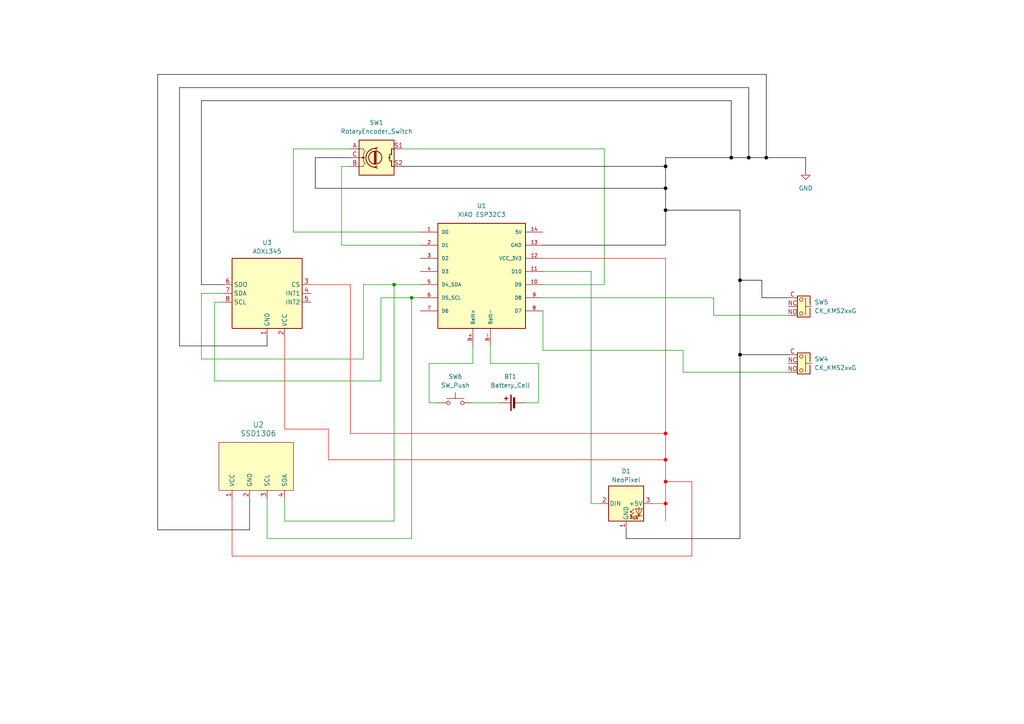
<source format=kicad_sch>
(kicad_sch (version 20250114) (generator "eeschema") (generator_version "9.0")
  (paper "A4")
  (lib_symbols
    (symbol "CK_KMS2xxG_1" (pin_names (offset 1.016) (hide yes))
      (property "Reference" "SW5" (at 0 7.62 0))
      (property "Value" "CK_KMS2xxG" (at 0 5.08 0))
      (symbol "CK_KMS2xxG_1_0_1"
        (circle (center -2.032 0) (radius 0.508))
        (polyline (pts (xy 0 1.27) (xy 0 3.048)))
        (polyline (pts (xy 0.508 2.54) (xy 3.048 2.54) (xy 3.048 -1.143) (xy -3.048 -1.143) (xy -3.048 2.54) (xy -0.508 2.54)) (stroke (width -0.0254)))
        (polyline (pts (xy 0.508 2.54) (xy 3.048 2.54) (xy 3.048 -1.143) (xy -3.048 -1.143) (xy -3.048 2.54) (xy -0.508 2.54)) (stroke (width 0.254)))
        (circle (center 2.032 0) (radius 0.508))
        (polyline (pts (xy 2.54 1.27) (xy -2.54 1.27)))
      )
      (symbol "CK_KMS2xxG_1_1_1"
        (rectangle (start -3.048 2.54) (end 3.048 -1.27) (stroke (width -0.0254)) (fill (type background)))
        (pin passive line (at -2.54 -3.81 90) (length 2.54) (name "1") (number "C"))
        (pin passive line (at 0 -3.81 90) (length 2.54) (name "B") (number "NC"))
        (pin passive line (at 2.54 -3.81 90) (length 2.54) (name "2") (number "NO"))
      )
    )
    (symbol "Device:Battery_Cell" (pin_numbers (hide yes)) (pin_names (offset 0) (hide yes))
      (property "Reference" "BT" (at 2.54 2.54 0))
      (property "Value" "Battery_Cell" (at 2.54 0 0))
      (symbol "Battery_Cell_0_1"
        (rectangle (start -2.286 1.778) (end 2.286 1.524) (fill (type outline)))
        (rectangle (start -1.524 1.016) (end 1.524 0.508) (fill (type outline)))
        (polyline (pts (xy 0 1.778) (xy 0 2.54)))
        (polyline (pts (xy 0 0.762) (xy 0 0)))
        (polyline (pts (xy 0.762 3.048) (xy 1.778 3.048)) (stroke (width 0.254)))
        (polyline (pts (xy 1.27 3.556) (xy 1.27 2.54)) (stroke (width 0.254)))
      )
      (symbol "Battery_Cell_1_1"
        (pin passive line (at 0 5.08 270) (length 2.54) (name "+") (number "1"))
        (pin passive line (at 0 -2.54 90) (length 2.54) (name "-") (number "2"))
      )
    )
    (symbol "Device:RotaryEncoder_Switch" (pin_names (offset 0.254) (hide yes))
      (property "Reference" "SW" (at 0 6.604 0))
      (property "Value" "RotaryEncoder_Switch" (at 0 -6.604 0))
      (symbol "RotaryEncoder_Switch_0_1"
        (rectangle (start -5.08 5.08) (end 5.08 -5.08) (stroke (width 0.254)) (fill (type background)))
        (polyline (pts (xy -5.08 2.54) (xy -3.81 2.54) (xy -3.81 2.032)))
        (polyline (pts (xy -5.08 0) (xy -3.81 0) (xy -3.81 -1.016) (xy -3.302 -2.032)))
        (polyline (pts (xy -5.08 -2.54) (xy -3.81 -2.54) (xy -3.81 -2.032)))
        (polyline (pts (xy -4.318 0) (xy -3.81 0) (xy -3.81 1.016) (xy -3.302 2.032)))
        (circle (center -3.81 0) (radius 0.254) (fill (type outline)))
        (polyline (pts (xy -0.635 -1.778) (xy -0.635 1.778)) (stroke (width 0.254)))
        (circle (center -0.381 0) (radius 1.905) (stroke (width 0.254)))
        (polyline (pts (xy -0.381 -1.778) (xy -0.381 1.778)) (stroke (width 0.254)))
        (arc (start -0.381 -2.794) (mid -3.0988 -0.0635) (end -0.381 2.667) (stroke (width 0.254)))
        (polyline (pts (xy -0.127 1.778) (xy -0.127 -1.778)) (stroke (width 0.254)))
        (polyline (pts (xy 0.254 2.921) (xy -0.508 2.667) (xy 0.127 2.286)) (stroke (width 0.254)))
        (polyline (pts (xy 0.254 -3.048) (xy -0.508 -2.794) (xy 0.127 -2.413)) (stroke (width 0.254)))
        (polyline (pts (xy 3.81 1.016) (xy 3.81 -1.016)) (stroke (width 0.254)))
        (polyline (pts (xy 3.81 0) (xy 3.429 0)) (stroke (width 0.254)))
        (circle (center 4.318 1.016) (radius 0.127) (stroke (width 0.254)))
        (circle (center 4.318 -1.016) (radius 0.127) (stroke (width 0.254)))
        (polyline (pts (xy 5.08 2.54) (xy 4.318 2.54) (xy 4.318 1.016)) (stroke (width 0.254)))
        (polyline (pts (xy 5.08 -2.54) (xy 4.318 -2.54) (xy 4.318 -1.016)) (stroke (width 0.254)))
      )
      (symbol "RotaryEncoder_Switch_1_1"
        (pin passive line (at -7.62 2.54 0) (length 2.54) (name "A") (number "A"))
        (pin passive line (at -7.62 0 0) (length 2.54) (name "C") (number "C"))
        (pin passive line (at -7.62 -2.54 0) (length 2.54) (name "B") (number "B"))
        (pin passive line (at 7.62 2.54 180) (length 2.54) (name "S1") (number "S1"))
        (pin passive line (at 7.62 -2.54 180) (length 2.54) (name "S2") (number "S2"))
      )
    )
    (symbol "LED:NeoPixel_THT" (pin_names (offset 0.254))
      (property "Reference" "D1" (at 0 9.398 0))
      (property "Value" "NeoPixel" (at 0 6.858 0))
      (symbol "NeoPixel_THT_0_0"
        (text "RGB" (at 2.286 -4.191 0) (effects (font (size 0.762 0.762))))
      )
      (symbol "NeoPixel_THT_0_1"
        (polyline (pts (xy 1.27 -2.54) (xy 1.778 -2.54)))
        (polyline (pts (xy 1.27 -3.556) (xy 1.778 -3.556)))
        (polyline (pts (xy 2.286 -1.524) (xy 1.27 -2.54) (xy 1.27 -2.032)))
        (polyline (pts (xy 2.286 -2.54) (xy 1.27 -3.556) (xy 1.27 -3.048)))
        (polyline (pts (xy 3.683 -1.016) (xy 3.683 -3.556) (xy 3.683 -4.064)))
        (polyline (pts (xy 4.699 -1.524) (xy 2.667 -1.524) (xy 3.683 -3.556) (xy 4.699 -1.524)))
        (polyline (pts (xy 4.699 -3.556) (xy 2.667 -3.556)))
        (rectangle (start 5.08 5.08) (end -5.08 -5.08) (stroke (width 0.254)) (fill (type background)))
      )
      (symbol "NeoPixel_THT_1_1"
        (pin input line (at -7.62 0 0) (length 2.54) (name "DIN") (number "2"))
        (pin power_in line (at 0 -7.62 90) (length 2.54) (name "GND") (number "1"))
        (pin power_in line (at 7.62 0 180) (length 2.54) (name "+5V") (number "3"))
      )
    )
    (symbol "SSD1306_OLED-0.91-128x32:SSD1306" (pin_names (offset 1.016))
      (property "Reference" "U2" (at 0 21.59 0))
      (property "Value" "SSD1306" (at 0 19.05 0))
      (symbol "SSD1306_1_1"
        (rectangle (start -11.43 16.51) (end 10.16 2.54) (fill (type color) (color 255 255 194 1)))
        (pin input line (at -7.62 0 90) (length 2.54) (name "VCC") (number "1"))
        (pin input line (at -2.54 0 90) (length 2.54) (name "GND") (number "2"))
        (pin input line (at 2.54 0 90) (length 2.54) (name "SCL") (number "3"))
        (pin input line (at 7.62 0 90) (length 2.54) (name "SDA") (number "4"))
      )
    )
    (symbol "Sensor_Motion:ADXL343"
      (property "Reference" "U3" (at 0 14.732 0))
      (property "Value" "ADXL345" (at 0 12.192 0))
      (symbol "ADXL343_0_1"
        (rectangle (start -10.16 10.16) (end 10.16 -10.16) (stroke (width 0.254)) (fill (type background)))
      )
      (symbol "ADXL343_1_1"
        (pin bidirectional line (at -12.7 2.54 0) (length 2.54) (name "SDO") (number "6"))
        (pin bidirectional line (at -12.7 0 0) (length 2.54) (name "SDA") (number "7"))
        (pin input line (at -12.7 -2.54 0) (length 2.54) (name "SCL") (number "8"))
        (pin no_connect line (at -5.08 -10.16 90) (length 2.54) (hide yes) (name "NC") (number "10"))
        (pin power_in line (at 0 -12.7 90) (length 2.54) (name "GND") (number "1"))
        (pin passive line (at 0 -12.7 90) (length 2.54) (hide yes) (name "GND") (number "4"))
        (pin passive line (at 0 -12.7 90) (length 2.54) (hide yes) (name "GND") (number "5"))
        (pin power_in line (at 5.08 -12.7 90) (length 2.54) (name "VCC") (number "2"))
        (pin input line (at 12.7 2.54 180) (length 2.54) (name "CS") (number "3"))
        (pin output line (at 12.7 0 180) (length 2.54) (name "INT1") (number "4"))
        (pin output line (at 12.7 -2.54 180) (length 2.54) (name "INT2") (number "5"))
      )
    )
    (symbol "Switch:CK_KMS2xxG" (pin_names (offset 1.016) (hide yes))
      (property "Reference" "SW4" (at 0 7.62 0))
      (property "Value" "CK_KMS2xxG" (at 0 5.08 0))
      (symbol "CK_KMS2xxG_0_1"
        (circle (center -2.032 0) (radius 0.508))
        (polyline (pts (xy 0 1.27) (xy 0 3.048)))
        (polyline (pts (xy 0.508 2.54) (xy 3.048 2.54) (xy 3.048 -1.143) (xy -3.048 -1.143) (xy -3.048 2.54) (xy -0.508 2.54)) (stroke (width -0.0254)))
        (polyline (pts (xy 0.508 2.54) (xy 3.048 2.54) (xy 3.048 -1.143) (xy -3.048 -1.143) (xy -3.048 2.54) (xy -0.508 2.54)) (stroke (width 0.254)))
        (circle (center 2.032 0) (radius 0.508))
        (polyline (pts (xy 2.54 1.27) (xy -2.54 1.27)))
      )
      (symbol "CK_KMS2xxG_1_1"
        (rectangle (start -3.048 2.54) (end 3.048 -1.27) (stroke (width -0.0254)) (fill (type background)))
        (pin passive line (at -2.54 -3.81 90) (length 2.54) (name "") (number "C"))
        (pin passive line (at 0 -3.81 90) (length 2.54) (name "B") (number "NC"))
        (pin passive line (at 2.54 -3.81 90) (length 2.54) (name "2") (number "NO"))
      )
    )
    (symbol "Switch:SW_Push" (pin_numbers (hide yes)) (pin_names (offset 1.016) (hide yes))
      (property "Reference" "SW" (at 1.27 2.54 0))
      (property "Value" "SW_Push" (at 0 -1.524 0))
      (symbol "SW_Push_0_1"
        (circle (center -2.032 0) (radius 0.508))
        (polyline (pts (xy 0 1.27) (xy 0 3.048)))
        (circle (center 2.032 0) (radius 0.508))
        (polyline (pts (xy 2.54 1.27) (xy -2.54 1.27)))
        (pin passive line (at -5.08 0 0) (length 2.54) (name "1") (number "1"))
        (pin passive line (at 5.08 0 180) (length 2.54) (name "2") (number "2"))
      )
    )
    (symbol "power:GND" (power) (pin_numbers (hide yes)) (pin_names (offset 0) (hide yes))
      (property "Value" "GND" (at 0 -3.81 0))
      (symbol "GND_0_1"
        (polyline (pts (xy 0 0) (xy 0 -1.27) (xy 1.27 -1.27) (xy 0 -2.54) (xy -1.27 -1.27) (xy 0 -1.27)))
      )
      (symbol "GND_1_1"
        (pin power_in line (at 0 0 270) (length 0) (name "~") (number "1"))
      )
    )
    (symbol "xiao_esp32c3:XIAO ESP32C3" (pin_names (offset 1.016))
      (property "Reference" "U1" (at 0 20.32 0))
      (property "Value" "XIAO ESP32C3" (at 0 17.78 0))
      (symbol "XIAO ESP32C3_0_0"
        (rectangle (start -12.7 15.24) (end 12.7 -15.24) (stroke (width 0.254)) (fill (type background)))
        (pin bidirectional line (at -17.78 12.7 0) (length 5.08) (name "D0") (number "1"))
        (pin bidirectional line (at -17.78 8.89 0) (length 5.08) (name "D1") (number "2"))
        (pin bidirectional line (at -17.78 5.08 0) (length 5.08) (name "D2") (number "3"))
        (pin bidirectional line (at -17.78 1.27 0) (length 5.08) (name "D3") (number "4"))
        (pin power_in line (at 17.78 8.89 180) (length 5.08) (name "GND") (number "13"))
        (pin power_in line (at 17.78 5.08 180) (length 5.08) (name "VCC_3V3") (number "12"))
        (pin bidirectional line (at 17.78 1.27 180) (length 5.08) (name "D10") (number "11"))
        (pin bidirectional line (at 17.78 -2.54 180) (length 5.08) (name "D9") (number "10"))
        (pin bidirectional line (at 17.78 -6.35 180) (length 5.08) (name "D8") (number "9"))
      )
      (symbol "XIAO ESP32C3_1_0"
        (pin bidirectional line (at -17.78 -2.54 0) (length 5.08) (name "D4_SDA") (number "5"))
        (pin bidirectional line (at -17.78 -6.35 0) (length 5.08) (name "D5_SCL") (number "6"))
        (pin bidirectional line (at -17.78 -10.16 0) (length 5.08) (name "D6") (number "7"))
        (pin power_in line (at -2.54 -20.32 90) (length 5.08) (name "Batt+") (number "B+"))
        (pin power_in line (at 2.54 -20.32 90) (length 5.08) (name "Batt-") (number "B-"))
        (pin power_in line (at 17.78 12.7 180) (length 5.08) (name "5V") (number "14"))
        (pin bidirectional line (at 17.78 -10.16 180) (length 5.08) (name "D7") (number "8"))
      )
    )
  )
  (junction (at 214.63 102.87) (color 0 0 0 1))
  (junction (at 193.04 133.35) (color 255 0 0 1))
  (junction (at 193.04 60.96) (color 0 0 0 1))
  (junction (at 193.04 54.61) (color 0 0 0 1))
  (junction (at 212.09 45.72) (color 0 0 0 1))
  (junction (at 193.04 48.26) (color 0 0 0 1))
  (junction (at 193.04 139.7) (color 255 0 0 1))
  (junction (at 119.38 86.36))
  (junction (at 217.17 45.72) (color 0 0 0 1))
  (junction (at 214.63 81.28) (color 0 0 0 1))
  (junction (at 222.25 45.72) (color 0 0 0 1))
  (junction (at 193.04 125.73) (color 255 0 0 1))
  (junction (at 114.3 82.55))
  (junction (at 193.04 146.05) (color 255 0 0 1))
  (wire (pts (xy 110.49 86.36) (xy 119.38 86.36)))
  (wire (pts (xy 214.63 156.21) (xy 214.63 102.87)) (stroke (width 0) (color 0 0 0 1)))
  (wire (pts (xy 142.24 100.33) (xy 142.24 105.41)))
  (wire (pts (xy 58.42 85.09) (xy 58.42 104.14)))
  (wire (pts (xy 193.04 48.26) (xy 193.04 45.72)) (stroke (width 0) (color 0 0 0 1)))
  (wire (pts (xy 124.46 116.84) (xy 127 116.84)))
  (wire (pts (xy 181.61 156.21) (xy 214.63 156.21)) (stroke (width 0) (color 0 0 0 1)))
  (wire (pts (xy 85.09 67.31) (xy 121.92 67.31)))
  (wire (pts (xy 220.98 81.28) (xy 220.98 86.36)) (stroke (width 0) (color 0 0 0 1)))
  (wire (pts (xy 85.09 43.18) (xy 101.6 43.18)))
  (wire (pts (xy 189.23 146.05) (xy 193.04 146.05)) (stroke (width 0) (color 255 0 0 1)))
  (wire (pts (xy 198.12 101.6) (xy 198.12 107.95)))
  (wire (pts (xy 58.42 82.55) (xy 58.42 29.21)) (stroke (width 0) (color 0 0 0 1)))
  (wire (pts (xy 105.41 82.55) (xy 114.3 82.55)))
  (wire (pts (xy 222.25 21.59) (xy 222.25 45.72)) (stroke (width 0) (color 0 0 0 1)))
  (wire (pts (xy 214.63 81.28) (xy 220.98 81.28)) (stroke (width 0) (color 0 0 0 1)))
  (wire (pts (xy 214.63 102.87) (xy 228.6 102.87)) (stroke (width 0) (color 0 0 0 1)))
  (wire (pts (xy 157.48 74.93) (xy 193.04 74.93)) (stroke (width 0) (color 255 0 0 1)))
  (wire (pts (xy 119.38 156.21) (xy 119.38 86.36)))
  (wire (pts (xy 214.63 81.28) (xy 214.63 60.96)) (stroke (width 0) (color 0 0 0 1)))
  (wire (pts (xy 193.04 60.96) (xy 193.04 54.61)) (stroke (width 0) (color 0 0 0 1)))
  (wire (pts (xy 99.06 48.26) (xy 99.06 71.12)))
  (wire (pts (xy 193.04 133.35) (xy 193.04 139.7)) (stroke (width 0) (color 255 0 0 1)))
  (wire (pts (xy 77.47 100.33) (xy 77.47 97.79)) (stroke (width 0) (color 0 0 0 1)))
  (wire (pts (xy 157.48 101.6) (xy 198.12 101.6)))
  (wire (pts (xy 101.6 125.73) (xy 193.04 125.73)) (stroke (width 0) (color 255 0 0 1)))
  (wire (pts (xy 175.26 43.18) (xy 175.26 82.55)))
  (wire (pts (xy 193.04 74.93) (xy 193.04 125.73)) (stroke (width 0) (color 255 0 0 1)))
  (wire (pts (xy 116.84 43.18) (xy 175.26 43.18)))
  (wire (pts (xy 64.77 85.09) (xy 58.42 85.09)))
  (wire (pts (xy 52.07 100.33) (xy 52.07 25.4)) (stroke (width 0) (color 0 0 0 1)))
  (wire (pts (xy 181.61 153.67) (xy 181.61 156.21)) (stroke (width 0) (color 0 0 0 1)))
  (wire (pts (xy 58.42 29.21) (xy 212.09 29.21)) (stroke (width 0) (color 0 0 0 1)))
  (wire (pts (xy 77.47 156.21) (xy 119.38 156.21)))
  (wire (pts (xy 58.42 104.14) (xy 105.41 104.14)))
  (wire (pts (xy 62.23 110.49) (xy 110.49 110.49)))
  (wire (pts (xy 101.6 45.72) (xy 91.44 45.72)) (stroke (width 0) (color 0 0 0 1)))
  (wire (pts (xy 119.38 86.36) (xy 121.92 86.36)))
  (wire (pts (xy 45.72 153.67) (xy 45.72 21.59)) (stroke (width 0) (color 0 0 0 1)))
  (wire (pts (xy 64.77 87.63) (xy 62.23 87.63)))
  (wire (pts (xy 72.39 153.67) (xy 45.72 153.67)) (stroke (width 0) (color 0 0 0 1)))
  (wire (pts (xy 193.04 125.73) (xy 193.04 133.35)) (stroke (width 0) (color 255 0 0 1)))
  (wire (pts (xy 105.41 104.14) (xy 105.41 82.55)))
  (wire (pts (xy 77.47 100.33) (xy 52.07 100.33)) (stroke (width 0) (color 0 0 0 1)))
  (wire (pts (xy 198.12 107.95) (xy 228.6 107.95)))
  (wire (pts (xy 90.17 82.55) (xy 101.6 82.55)) (stroke (width 0) (color 255 0 0 1)))
  (wire (pts (xy 72.39 144.78) (xy 72.39 153.67)) (stroke (width 0) (color 0 0 0 1)))
  (wire (pts (xy 171.45 78.74) (xy 171.45 146.05)))
  (wire (pts (xy 67.31 161.29) (xy 200.66 161.29)) (stroke (width 0) (color 255 0 0 1)))
  (wire (pts (xy 67.31 144.78) (xy 67.31 161.29)) (stroke (width 0) (color 255 0 0 1)))
  (wire (pts (xy 64.77 82.55) (xy 58.42 82.55)) (stroke (width 0) (color 0 0 0 1)))
  (wire (pts (xy 212.09 45.72) (xy 217.17 45.72)) (stroke (width 0) (color 0 0 0 1)))
  (wire (pts (xy 101.6 48.26) (xy 99.06 48.26)))
  (wire (pts (xy 171.45 78.74) (xy 157.48 78.74)))
  (wire (pts (xy 214.63 60.96) (xy 193.04 60.96)) (stroke (width 0) (color 0 0 0 1)))
  (wire (pts (xy 101.6 82.55) (xy 101.6 125.73)) (stroke (width 0) (color 255 0 0 1)))
  (wire (pts (xy 217.17 45.72) (xy 222.25 45.72)) (stroke (width 0) (color 0 0 0 1)))
  (wire (pts (xy 62.23 87.63) (xy 62.23 110.49)))
  (wire (pts (xy 45.72 21.59) (xy 222.25 21.59)) (stroke (width 0) (color 0 0 0 1)))
  (wire (pts (xy 114.3 82.55) (xy 121.92 82.55)))
  (wire (pts (xy 173.99 146.05) (xy 171.45 146.05)))
  (wire (pts (xy 137.16 100.33) (xy 137.16 105.41)))
  (wire (pts (xy 193.04 71.12) (xy 193.04 60.96)) (stroke (width 0) (color 0 0 0 1)))
  (wire (pts (xy 193.04 45.72) (xy 212.09 45.72)) (stroke (width 0) (color 0 0 0 1)))
  (wire (pts (xy 207.01 91.44) (xy 228.6 91.44)))
  (wire (pts (xy 137.16 105.41) (xy 124.46 105.41)))
  (wire (pts (xy 157.48 86.36) (xy 207.01 86.36)))
  (wire (pts (xy 52.07 25.4) (xy 217.17 25.4)) (stroke (width 0) (color 0 0 0 1)))
  (wire (pts (xy 77.47 156.21) (xy 77.47 144.78)))
  (wire (pts (xy 114.3 151.13) (xy 114.3 82.55)))
  (wire (pts (xy 233.68 45.72) (xy 233.68 49.53)) (stroke (width 0) (color 0 0 0 1)))
  (wire (pts (xy 82.55 144.78) (xy 82.55 151.13)))
  (wire (pts (xy 175.26 82.55) (xy 157.48 82.55)))
  (wire (pts (xy 82.55 97.79) (xy 82.55 124.46)) (stroke (width 0) (color 255 0 0 1)))
  (wire (pts (xy 142.24 105.41) (xy 156.21 105.41)))
  (wire (pts (xy 85.09 43.18) (xy 85.09 67.31)))
  (wire (pts (xy 207.01 86.36) (xy 207.01 91.44)))
  (wire (pts (xy 214.63 102.87) (xy 214.63 81.28)) (stroke (width 0) (color 0 0 0 1)))
  (wire (pts (xy 116.84 48.26) (xy 193.04 48.26)) (stroke (width 0) (color 0 0 0 1)))
  (wire (pts (xy 91.44 45.72) (xy 91.44 54.61)) (stroke (width 0) (color 0 0 0 1)))
  (wire (pts (xy 124.46 105.41) (xy 124.46 116.84)))
  (wire (pts (xy 99.06 71.12) (xy 121.92 71.12)))
  (wire (pts (xy 137.16 116.84) (xy 144.78 116.84)))
  (wire (pts (xy 200.66 139.7) (xy 193.04 139.7)) (stroke (width 0) (color 255 0 0 1)))
  (wire (pts (xy 91.44 54.61) (xy 193.04 54.61)) (stroke (width 0) (color 0 0 0 1)))
  (wire (pts (xy 222.25 45.72) (xy 233.68 45.72)) (stroke (width 0) (color 0 0 0 1)))
  (wire (pts (xy 193.04 139.7) (xy 193.04 146.05)) (stroke (width 0) (color 255 0 0 1)))
  (wire (pts (xy 200.66 161.29) (xy 200.66 139.7)) (stroke (width 0) (color 255 0 0 1)))
  (wire (pts (xy 82.55 124.46) (xy 95.25 124.46)) (stroke (width 0) (color 255 0 0 1)))
  (wire (pts (xy 193.04 146.05) (xy 193.04 151.13)) (stroke (width 0) (color 255 0 0 1)))
  (wire (pts (xy 95.25 133.35) (xy 193.04 133.35)) (stroke (width 0) (color 255 0 0 1)))
  (wire (pts (xy 157.48 101.6) (xy 157.48 90.17)))
  (wire (pts (xy 157.48 71.12) (xy 193.04 71.12)) (stroke (width 0) (color 0 0 0 1)))
  (wire (pts (xy 193.04 54.61) (xy 193.04 48.26)) (stroke (width 0) (color 0 0 0 1)))
  (wire (pts (xy 217.17 25.4) (xy 217.17 45.72)) (stroke (width 0) (color 0 0 0 1)))
  (wire (pts (xy 95.25 124.46) (xy 95.25 133.35)) (stroke (width 0) (color 255 0 0 1)))
  (wire (pts (xy 82.55 151.13) (xy 114.3 151.13)))
  (wire (pts (xy 110.49 110.49) (xy 110.49 86.36)))
  (wire (pts (xy 156.21 105.41) (xy 156.21 116.84)))
  (wire (pts (xy 212.09 29.21) (xy 212.09 45.72)) (stroke (width 0) (color 0 0 0 1)))
  (wire (pts (xy 156.21 116.84) (xy 152.4 116.84)))
  (wire (pts (xy 220.98 86.36) (xy 228.6 86.36)) (stroke (width 0) (color 0 0 0 1)))
  (symbol (lib_id "SSD1306_OLED-0.91-128x32:SSD1306") (at 74.93 144.78 0) (unit 1)
    (property "Reference" "U2" (at 74.93 123.19 0) (effects (font (size 1.524 1.524))))
    (property "Value" "SSD1306" (at 74.93 125.73 0) (effects (font (size 1.524 1.524))))
  )
  (symbol (lib_id "power:GND") (at 233.68 49.53 0) (unit 1)
    (property "Reference" "#PWR01" (effects (hide yes)))
    (property "Value" "GND" (at 233.68 54.61 0))
    (property "Description" "Power symbol creates a global label with name \"GND\" , ground" (effects (hide yes)))
  )
  (symbol (lib_id "Device:Battery_Cell") (at 149.86 116.84 90) (unit 1)
    (property "Reference" "BT1" (at 148.0185 109.22 90))
    (property "Value" "Battery_Cell" (at 148.0185 111.76 90))
    (property "Description" "Single-cell battery" (effects (hide yes)))
  )
  (symbol (lib_id "Device:RotaryEncoder_Switch") (at 109.22 45.72 0) (unit 1)
    (property "Reference" "SW1" (at 109.22 35.56 0))
    (property "Value" "RotaryEncoder_Switch" (at 109.22 38.1 0))
    (property "Description" "Rotary encoder, dual channel, incremental quadrate outputs, with switch" (effects (hide yes)))
  )
  (symbol (lib_id "xiao_esp32c3:XIAO ESP32C3") (at 139.7 80.01 0) (unit 1)
    (property "Reference" "U1" (at 139.7 59.69 0))
    (property "Value" "XIAO ESP32C3" (at 139.7 62.23 0))
    (property "Footprint" "XIAO_ESP32C3:xiao_esp32c3" (effects (hide yes)))
    (property "Datasheet" "https://files.seeedstudio.com/wiki/Seeed-Studio-XIAO-ESP32/esp32-c3_datasheet.pdf" (effects (hide yes)))
    (property "Description" "ESP32C3 Transceiver Evaluation Board" (effects (hide yes)))
    (property "MANUFACTURER" "Seeed Technology" (effects (hide yes)))
  )
  (symbol (lib_id "Sensor_Motion:ADXL343") (at 77.47 85.09 0) (unit 1)
    (property "Reference" "U3" (at 77.47 70.358 0))
    (property "Value" "ADXL345" (at 77.47 72.898 0))
    (property "Footprint" "Package_LGA:LGA-14_3x5mm_P0.8mm_LayoutBorder1x6y" (effects (hide yes)))
    (property "Datasheet" "https://www.analog.com/media/en/technical-documentation/data-sheets/ADXL343.pdf" (effects (hide yes)))
    (property "Description" "3-Axis MEMS Accelerometer, 2/4/8/16g range, I2C/SPI, LGA-14" (effects (hide yes)))
  )
  (symbol (lib_id "Switch:SW_Push") (at 132.08 116.84 0) (unit 1)
    (property "Reference" "SW6" (at 132.08 109.22 0))
    (property "Value" "SW_Push" (at 132.08 111.76 0))
    (property "Description" "Push button switch, generic, two pins" (effects (hide yes)))
  )
  (symbol (lib_name "CK_KMS2xxG_1") (lib_id "Switch:CK_KMS2xxG") (at 232.41 88.9 270) (unit 1)
    (property "Reference" "SW5" (at 236.22 87.6299 90) (effects (justify left)))
    (property "Value" "CK_KMS2xxG" (at 236.22 90.1699 90) (effects (justify left)))
    (property "Footprint" "Button_Switch_SMD:SW_SPST_CK_KMS2xxGP" (effects (hide yes)))
    (property "Datasheet" "https://www.ckswitches.com/media/1482/kms.pdf" (effects (hide yes)))
    (property "Description" "Microminiature SMT Side Actuated, 4.2 x 2.8 x 1.42mm, without pegs, with shield pin" (effects (hide yes)))
  )
  (symbol (lib_id "Switch:CK_KMS2xxG") (at 232.41 105.41 270) (unit 1)
    (property "Reference" "SW4" (at 236.22 104.1399 90) (effects (justify left)))
    (property "Value" "CK_KMS2xxG" (at 236.22 106.6799 90) (effects (justify left)))
    (property "Footprint" "Button_Switch_SMD:SW_SPST_CK_KMS2xxGP" (effects (hide yes)))
    (property "Datasheet" "https://www.ckswitches.com/media/1482/kms.pdf" (effects (hide yes)))
    (property "Description" "Microminiature SMT Side Actuated, 4.2 x 2.8 x 1.42mm, without pegs, with shield pin" (effects (hide yes)))
  )
  (symbol (lib_id "LED:NeoPixel_THT") (at 181.61 146.05 0) (unit 1)
    (property "Reference" "D1" (at 181.61 136.652 0))
    (property "Value" "NeoPixel" (at 181.61 139.192 0))
    (property "Datasheet" "https://www.adafruit.com/product/1938" (effects (hide yes)))
    (property "Description" "RGB LED with integrated controller, 5mm/8mm LED package" (effects (hide yes)))
  )
)
</source>
